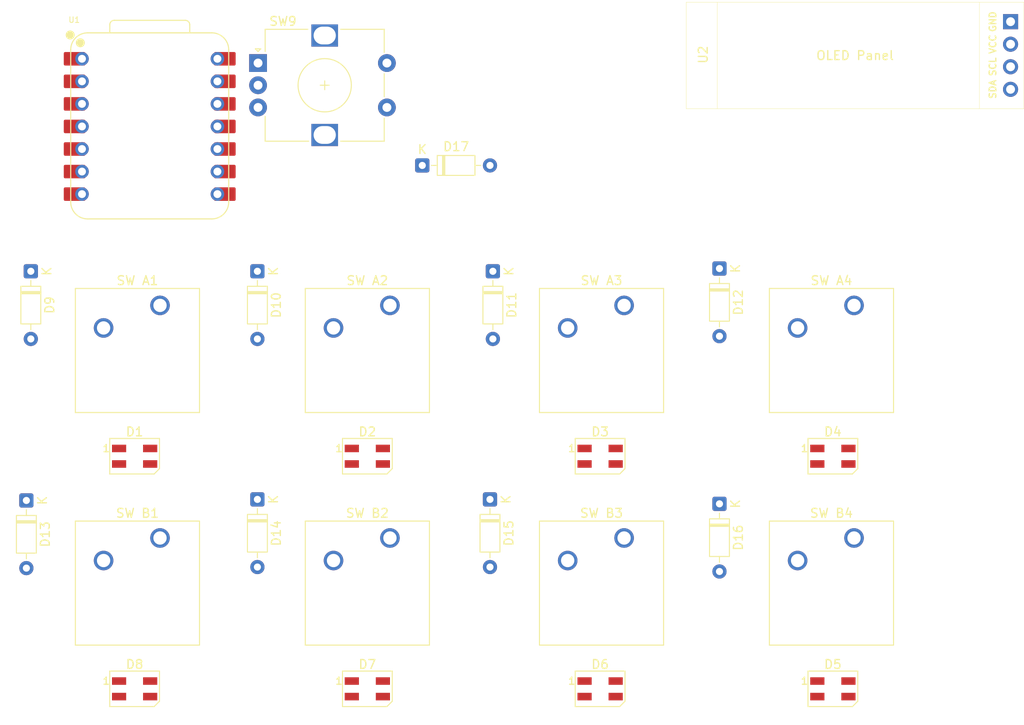
<source format=kicad_pcb>
(kicad_pcb (version 20241229) (generator "pcbnew") (generator_version "9.0")
  (layers (0 "F.Cu" signal) (2 "B.Cu" signal) (13 "F.Paste" user) (15 "B.Paste" user) (5 "F.SilkS" user "F.Silkscreen") (7 "B.SilkS" user "B.Silkscreen") (1 "F.Mask" user) (3 "B.Mask" user) (25 "Edge.Cuts" user))
  (net 0 "")
  (net 1 "Net-(D1-DOUT)")
  (net 2 "+5V")
  (net 3 "LEDs")
  (net 4 "GND")
  (net 5 "Net-(D2-DOUT)")
  (net 6 "Net-(D3-DOUT)")
  (net 7 "Net-(D4-DOUT)")
  (net 8 "Net-(D5-DOUT)")
  (net 9 "Net-(D6-DOUT)")
  (net 10 "Net-(D7-DOUT)")
  (net 12 "Net-(D9-A)")
  (net 13 "SW 1")
  (net 14 "Net-(D10-A)")
  (net 15 "SW 2")
  (net 16 "Net-(D11-A)")
  (net 17 "SW 3")
  (net 18 "SW 4")
  (net 19 "Net-(D12-A)")
  (net 20 "Net-(D13-A)")
  (net 21 "Net-(D14-A)")
  (net 22 "Net-(D15-A)")
  (net 23 "Net-(D16-A)")
  (net 24 "DIAL S1")
  (net 25 "SW A")
  (net 26 "SW B")
  (net 27 "DIAL B")
  (net 28 "DIAL A")
  (net 30 "SDA")
  (net 31 "SCL")
  (footprint "Button_Switch_Keyboard:SW_Cherry_MX_1.00u_PCB" (layer "F.Cu") (at 171.7675 133.0325)
    (property "Reference" "SW A3" (at -2.54 -2.794 0) (layer "F.SilkS"))
    (property "Value" "SW_Push")
    (fp_line (start -9.525 -1.905) (end 4.445 -1.905) (stroke (width 0.12)) (layer "F.SilkS"))
    (fp_line (start -9.525 12.065) (end -9.525 -1.905) (stroke (width 0.12)) (layer "F.SilkS"))
    (fp_line (start 4.445 -1.905) (end 4.445 12.065) (stroke (width 0.12)) (layer "F.SilkS"))
    (fp_line (start 4.445 12.065) (end -9.525 12.065) (stroke (width 0.12)) (layer "F.SilkS"))
    (pad "" np_thru_hole circle (at -7.62 5.08) (size 1.7 1.7) (drill 1.7) (layers "*.Cu" "*.Mask"))
    (pad "" np_thru_hole circle (at -2.54 5.08) (size 4 4) (drill 4) (layers "*.Cu" "*.Mask"))
    (pad "" np_thru_hole circle (at 2.54 5.08) (size 1.7 1.7) (drill 1.7) (layers "*.Cu" "*.Mask"))
    (pad "1" thru_hole circle (at 0 0) (size 2.2 2.2) (drill 1.5) (layers "*.Cu" "*.Mask") (net 25 "SW A"))
    (pad "2" thru_hole circle (at -6.35 2.54) (size 2.2 2.2) (drill 1.5) (layers "*.Cu" "*.Mask") (net 16 "Net-(D11-A)"))
  )
  (footprint "Button_Switch_Keyboard:SW_Cherry_MX_1.00u_PCB" (layer "F.Cu") (at 145.415 133.0325)
    (property "Reference" "SW A2" (at -2.54 -2.794 0) (layer "F.SilkS"))
    (property "Value" "SW_Push")
    (fp_line (start -9.525 -1.905) (end 4.445 -1.905) (stroke (width 0.12)) (layer "F.SilkS"))
    (fp_line (start -9.525 12.065) (end -9.525 -1.905) (stroke (width 0.12)) (layer "F.SilkS"))
    (fp_line (start 4.445 -1.905) (end 4.445 12.065) (stroke (width 0.12)) (layer "F.SilkS"))
    (fp_line (start 4.445 12.065) (end -9.525 12.065) (stroke (width 0.12)) (layer "F.SilkS"))
    (pad "" np_thru_hole circle (at -7.62 5.08) (size 1.7 1.7) (drill 1.7) (layers "*.Cu" "*.Mask"))
    (pad "" np_thru_hole circle (at -2.54 5.08) (size 4 4) (drill 4) (layers "*.Cu" "*.Mask"))
    (pad "" np_thru_hole circle (at 2.54 5.08) (size 1.7 1.7) (drill 1.7) (layers "*.Cu" "*.Mask"))
    (pad "1" thru_hole circle (at 0 0) (size 2.2 2.2) (drill 1.5) (layers "*.Cu" "*.Mask") (net 25 "SW A"))
    (pad "2" thru_hole circle (at -6.35 2.54) (size 2.2 2.2) (drill 1.5) (layers "*.Cu" "*.Mask") (net 14 "Net-(D10-A)"))
  )
  (footprint "Button_Switch_Keyboard:SW_Cherry_MX_1.00u_PCB" (layer "F.Cu") (at 119.53875 159.22625)
    (property "Reference" "SW B1" (at -2.54 -2.794 0) (layer "F.SilkS"))
    (property "Value" "SW_Push")
    (fp_line (start -9.525 -1.905) (end 4.445 -1.905) (stroke (width 0.12)) (layer "F.SilkS"))
    (fp_line (start -9.525 12.065) (end -9.525 -1.905) (stroke (width 0.12)) (layer "F.SilkS"))
    (fp_line (start 4.445 -1.905) (end 4.445 12.065) (stroke (width 0.12)) (layer "F.SilkS"))
    (fp_line (start 4.445 12.065) (end -9.525 12.065) (stroke (width 0.12)) (layer "F.SilkS"))
    (pad "" np_thru_hole circle (at -7.62 5.08) (size 1.7 1.7) (drill 1.7) (layers "*.Cu" "*.Mask"))
    (pad "" np_thru_hole circle (at -2.54 5.08) (size 4 4) (drill 4) (layers "*.Cu" "*.Mask"))
    (pad "" np_thru_hole circle (at 2.54 5.08) (size 1.7 1.7) (drill 1.7) (layers "*.Cu" "*.Mask"))
    (pad "1" thru_hole circle (at 0 0) (size 2.2 2.2) (drill 1.5) (layers "*.Cu" "*.Mask") (net 26 "SW B"))
    (pad "2" thru_hole circle (at -6.35 2.54) (size 2.2 2.2) (drill 1.5) (layers "*.Cu" "*.Mask") (net 20 "Net-(D13-A)"))
  )
  (footprint "LED_SMD:LED_SK6812MINI_PLCC4_3.5x3.5mm_P1.75mm" (layer "F.Cu") (at 142.875 176.2125)
    (property "Reference" "D7" (at 0 -2.75 0) (layer "F.SilkS"))
    (property "Value" "SK6812MINI")
    (fp_line (start -2.8 -2) (end -2.8 2) (stroke (width 0.12)) (layer "F.SilkS"))
    (fp_line (start -2.8 -2) (end 2.8 -2) (stroke (width 0.12)) (layer "F.SilkS"))
    (fp_line (start -2.8 2) (end 2.2 2) (stroke (width 0.12)) (layer "F.SilkS"))
    (fp_line (start 2.8 1.4) (end 2.2 2) (stroke (width 0.12)) (layer "F.SilkS"))
    (fp_line (start 2.8 1.4) (end 2.8 -2) (stroke (width 0.12)) (layer "F.SilkS"))
    (fp_text user "1" (at -3.2 -0.875 0) (layer "F.SilkS") (effects (font (size 0.8 0.8))))
    (pad "1" smd rect (at -1.75 -0.875) (size 1.6 0.85) (layers "F.Cu" "F.Mask" "F.Paste") (net 10 "Net-(D7-DOUT)"))
    (pad "2" smd rect (at -1.75 0.875) (size 1.6 0.85) (layers "F.Cu" "F.Mask" "F.Paste") (net 4 "GND"))
    (pad "3" smd rect (at 1.75 0.875) (size 1.6 0.85) (layers "F.Cu" "F.Mask" "F.Paste") (net 9 "Net-(D6-DOUT)"))
    (pad "4" smd rect (at 1.75 -0.875) (size 1.6 0.85) (layers "F.Cu" "F.Mask" "F.Paste") (net 2 "+5V"))
  )
  (footprint "Diode_THT:D_DO-35_SOD27_P7.62mm_Horizontal" (layer "F.Cu") (at 156.674 154.88 -90)
    (property "Reference" "D15" (at 3.81 -2.12 90) (layer "F.SilkS"))
    (property "Value" "1N4148")
    (fp_line (start 1.04 0) (end 1.69 0) (stroke (width 0.12)) (layer "F.SilkS"))
    (fp_line (start 6.58 0) (end 5.93 0) (stroke (width 0.12)) (layer "F.SilkS"))
    (fp_line (start 2.29 -1.12) (end 2.29 1.12) (stroke (width 0.12)) (layer "F.SilkS"))
    (fp_line (start 2.41 -1.12) (end 2.41 1.12) (stroke (width 0.12)) (layer "F.SilkS"))
    (fp_line (start 2.53 -1.12) (end 2.53 1.12) (stroke (width 0.12)) (layer "F.SilkS"))
    (fp_rect (start 1.69 -1.12) (end 5.93 1.12) (stroke (width 0.12)) (fill no) (layer "F.SilkS"))
    (fp_text user "K" (at 0 -1.8 90) (layer "F.SilkS"))
    (pad "1" thru_hole roundrect (at 0 0 270) (size 1.6 1.6) (drill 0.8) (layers "*.Cu" "*.Mask") (roundrect_rratio 0.15625) (net 17 "SW 3"))
    (pad "2" thru_hole circle (at 7.62 0 270) (size 1.6 1.6) (drill 0.8) (layers "*.Cu" "*.Mask") (net 22 "Net-(D15-A)"))
  )
  (footprint "Button_Switch_Keyboard:SW_Cherry_MX_1.00u_PCB" (layer "F.Cu") (at 145.415 159.22625)
    (property "Reference" "SW B2" (at -2.54 -2.794 0) (layer "F.SilkS"))
    (property "Value" "SW_Push")
    (fp_line (start -9.525 -1.905) (end 4.445 -1.905) (stroke (width 0.12)) (layer "F.SilkS"))
    (fp_line (start -9.525 12.065) (end -9.525 -1.905) (stroke (width 0.12)) (layer "F.SilkS"))
    (fp_line (start 4.445 -1.905) (end 4.445 12.065) (stroke (width 0.12)) (layer "F.SilkS"))
    (fp_line (start 4.445 12.065) (end -9.525 12.065) (stroke (width 0.12)) (layer "F.SilkS"))
    (pad "" np_thru_hole circle (at -7.62 5.08) (size 1.7 1.7) (drill 1.7) (layers "*.Cu" "*.Mask"))
    (pad "" np_thru_hole circle (at -2.54 5.08) (size 4 4) (drill 4) (layers "*.Cu" "*.Mask"))
    (pad "" np_thru_hole circle (at 2.54 5.08) (size 1.7 1.7) (drill 1.7) (layers "*.Cu" "*.Mask"))
    (pad "1" thru_hole circle (at 0 0) (size 2.2 2.2) (drill 1.5) (layers "*.Cu" "*.Mask") (net 26 "SW B"))
    (pad "2" thru_hole circle (at -6.35 2.54) (size 2.2 2.2) (drill 1.5) (layers "*.Cu" "*.Mask") (net 21 "Net-(D14-A)"))
  )
  (footprint "LED_SMD:LED_SK6812MINI_PLCC4_3.5x3.5mm_P1.75mm" (layer "F.Cu") (at 116.68125 150.01875)
    (property "Reference" "D1" (at 0 -2.75 0) (layer "F.SilkS"))
    (property "Value" "SK6812MINI")
    (fp_line (start -2.8 -2) (end -2.8 2) (stroke (width 0.12)) (layer "F.SilkS"))
    (fp_line (start -2.8 -2) (end 2.8 -2) (stroke (width 0.12)) (layer "F.SilkS"))
    (fp_line (start -2.8 2) (end 2.2 2) (stroke (width 0.12)) (layer "F.SilkS"))
    (fp_line (start 2.8 1.4) (end 2.2 2) (stroke (width 0.12)) (layer "F.SilkS"))
    (fp_line (start 2.8 1.4) (end 2.8 -2) (stroke (width 0.12)) (layer "F.SilkS"))
    (fp_text user "1" (at -3.2 -0.875 0) (layer "F.SilkS") (effects (font (size 0.8 0.8))))
    (pad "1" smd rect (at -1.75 -0.875) (size 1.6 0.85) (layers "F.Cu" "F.Mask" "F.Paste") (net 1 "Net-(D1-DOUT)"))
    (pad "2" smd rect (at -1.75 0.875) (size 1.6 0.85) (layers "F.Cu" "F.Mask" "F.Paste") (net 4 "GND"))
    (pad "3" smd rect (at 1.75 0.875) (size 1.6 0.85) (layers "F.Cu" "F.Mask" "F.Paste") (net 3 "LEDs"))
    (pad "4" smd rect (at 1.75 -0.875) (size 1.6 0.85) (layers "F.Cu" "F.Mask" "F.Paste") (net 2 "+5V"))
  )
  (footprint "LED_SMD:LED_SK6812MINI_PLCC4_3.5x3.5mm_P1.75mm" (layer "F.Cu") (at 169.06875 150.01875)
    (property "Reference" "D3" (at 0 -2.75 0) (layer "F.SilkS"))
    (property "Value" "SK6812MINI")
    (fp_line (start -2.8 -2) (end -2.8 2) (stroke (width 0.12)) (layer "F.SilkS"))
    (fp_line (start -2.8 -2) (end 2.8 -2) (stroke (width 0.12)) (layer "F.SilkS"))
    (fp_line (start -2.8 2) (end 2.2 2) (stroke (width 0.12)) (layer "F.SilkS"))
    (fp_line (start 2.8 1.4) (end 2.2 2) (stroke (width 0.12)) (layer "F.SilkS"))
    (fp_line (start 2.8 1.4) (end 2.8 -2) (stroke (width 0.12)) (layer "F.SilkS"))
    (fp_text user "1" (at -3.2 -0.875 0) (layer "F.SilkS") (effects (font (size 0.8 0.8))))
    (pad "1" smd rect (at -1.75 -0.875) (size 1.6 0.85) (layers "F.Cu" "F.Mask" "F.Paste") (net 6 "Net-(D3-DOUT)"))
    (pad "2" smd rect (at -1.75 0.875) (size 1.6 0.85) (layers "F.Cu" "F.Mask" "F.Paste") (net 4 "GND"))
    (pad "3" smd rect (at 1.75 0.875) (size 1.6 0.85) (layers "F.Cu" "F.Mask" "F.Paste") (net 5 "Net-(D2-DOUT)"))
    (pad "4" smd rect (at 1.75 -0.875) (size 1.6 0.85) (layers "F.Cu" "F.Mask" "F.Paste") (net 2 "+5V"))
  )
  (footprint "OLED:SSD1306-0.91-OLED-4pin-128x32" (layer "F.Cu") (at 178.75875 98.89)
    (property "Reference" "U2" (at 1.9 5.91 90) (layer "F.SilkS"))
    (property "Value" "~")
    (fp_line (start 0 0) (end 0 12) (stroke (width 0.04)) (layer "F.SilkS"))
    (fp_line (start 0 12) (end 38 12) (stroke (width 0.04)) (layer "F.SilkS"))
    (fp_line (start 3.5 0) (end 3.5 12) (stroke (width 0.04)) (layer "F.SilkS"))
    (fp_line (start 33 0) (end 33 12) (stroke (width 0.04)) (layer "F.SilkS"))
    (fp_line (start 38 0) (end 0 0) (stroke (width 0.04)) (layer "F.SilkS"))
    (fp_line (start 38 12) (end 38 0) (stroke (width 0.04)) (layer "F.SilkS"))
    (fp_text user "VCC" (at 34.5 4.73 270) (layer "F.SilkS") (effects (font (size 0.75 0.75))))
    (fp_text user "SDA" (at 34.5 9.81 270) (layer "F.SilkS") (effects (font (size 0.75 0.75))))
    (fp_text user "GND" (at 34.5 2.19 270) (layer "F.SilkS") (effects (font (size 0.75 0.75))))
    (fp_text user "OLED Panel" (at 19 6 0) (layer "F.SilkS"))
    (fp_text user "SCL" (at 34.5 7.27 270) (layer "F.SilkS") (effects (font (size 0.75 0.75))))
    (pad "1" thru_hole rect (at 36.5 2.19) (size 1.7 1.7) (drill 1) (layers "*.Cu" "*.Mask") (net 4 "GND"))
    (pad "2" thru_hole oval (at 36.5 4.73) (size 1.7 1.7) (drill 1) (layers "*.Cu" "*.Mask") (net 2 "+5V"))
    (pad "3" thru_hole oval (at 36.5 7.27) (size 1.7 1.7) (drill 1) (layers "*.Cu" "*.Mask") (net 30 "SDA"))
    (pad "4" thru_hole oval (at 36.5 9.81) (size 1.7 1.7) (drill 1) (layers "*.Cu" "*.Mask") (net 31 "SCL"))
  )
  (footprint "LED_SMD:LED_SK6812MINI_PLCC4_3.5x3.5mm_P1.75mm" (layer "F.Cu") (at 195.2625 150.01875)
    (property "Reference" "D4" (at 0 -2.75 0) (layer "F.SilkS"))
    (property "Value" "SK6812MINI")
    (fp_line (start -2.8 -2) (end -2.8 2) (stroke (width 0.12)) (layer "F.SilkS"))
    (fp_line (start -2.8 -2) (end 2.8 -2) (stroke (width 0.12)) (layer "F.SilkS"))
    (fp_line (start -2.8 2) (end 2.2 2) (stroke (width 0.12)) (layer "F.SilkS"))
    (fp_line (start 2.8 1.4) (end 2.2 2) (stroke (width 0.12)) (layer "F.SilkS"))
    (fp_line (start 2.8 1.4) (end 2.8 -2) (stroke (width 0.12)) (layer "F.SilkS"))
    (fp_text user "1" (at -3.2 -0.875 0) (layer "F.SilkS") (effects (font (size 0.8 0.8))))
    (pad "1" smd rect (at -1.75 -0.875) (size 1.6 0.85) (layers "F.Cu" "F.Mask" "F.Paste") (net 7 "Net-(D4-DOUT)"))
    (pad "2" smd rect (at -1.75 0.875) (size 1.6 0.85) (layers "F.Cu" "F.Mask" "F.Paste") (net 4 "GND"))
    (pad "3" smd rect (at 1.75 0.875) (size 1.6 0.85) (layers "F.Cu" "F.Mask" "F.Paste") (net 6 "Net-(D3-DOUT)"))
    (pad "4" smd rect (at 1.75 -0.875) (size 1.6 0.85) (layers "F.Cu" "F.Mask" "F.Paste") (net 2 "+5V"))
  )
  (footprint "Rotary_Encoder:RotaryEncoder_Alps_EC12E-Switch_Vertical_H20mm" (layer "F.Cu") (at 130.574 105.7405)
    (property "Reference" "SW9" (at 2.8 -4.7 0) (layer "F.SilkS"))
    (property "Value" "RotaryEncoder_Switch")
    (fp_line (start -0.3 -1.6) (end 0.3 -1.6) (stroke (width 0.12)) (layer "F.SilkS"))
    (fp_line (start 0 -1.3) (end -0.3 -1.6) (stroke (width 0.12)) (layer "F.SilkS"))
    (fp_line (start 0.3 -1.6) (end 0 -1.3) (stroke (width 0.12)) (layer "F.SilkS"))
    (fp_line (start 0.8 -3.8) (end 0.8 -1.3) (stroke (width 0.12)) (layer "F.SilkS"))
    (fp_line (start 0.8 8.8) (end 0.8 6) (stroke (width 0.12)) (layer "F.SilkS"))
    (fp_line (start 5.6 -3.8) (end 0.8 -3.8) (stroke (width 0.12)) (layer "F.SilkS"))
    (fp_line (start 5.7 8.8) (end 0.8 8.8) (stroke (width 0.12)) (layer "F.SilkS"))
    (fp_line (start 7 2.5) (end 8 2.5) (stroke (width 0.12)) (layer "F.SilkS"))
    (fp_line (start 7.5 2) (end 7.5 3) (stroke (width 0.12)) (layer "F.SilkS"))
    (fp_line (start 9.3 -3.8) (end 14.2 -3.8) (stroke (width 0.12)) (layer "F.SilkS"))
    (fp_line (start 14.2 -3.8) (end 14.2 -1.2) (stroke (width 0.12)) (layer "F.SilkS"))
    (fp_line (start 14.2 1.2) (end 14.2 3.8) (stroke (width 0.12)) (layer "F.SilkS"))
    (fp_line (start 14.2 6.2) (end 14.2 8.8) (stroke (width 0.12)) (layer "F.SilkS"))
    (fp_line (start 14.2 8.8) (end 9.3 8.8) (stroke (width 0.12)) (layer "F.SilkS"))
    (fp_circle (center 7.5 2.5) (end 10.5 2.5) (stroke (width 0.12)) (fill no) (layer "F.SilkS"))
    (pad "A" thru_hole rect (at 0 0) (size 2 2) (drill 1) (layers "*.Cu" "*.Mask") (net 28 "DIAL A"))
    (pad "B" thru_hole circle (at 0 5) (size 2 2) (drill 1) (layers "*.Cu" "*.Mask") (net 27 "DIAL B"))
    (pad "C" thru_hole circle (at 0 2.5) (size 2 2) (drill 1) (layers "*.Cu" "*.Mask") (net 4 "GND"))
    (pad "MP" thru_hole rect (at 7.5 -3.1) (size 3 2.5) (drill oval 2.5 2) (layers "*.Cu" "*.Mask"))
    (pad "MP" thru_hole rect (at 7.5 8.1) (size 3 2.5) (drill oval 2.5 2) (layers "*.Cu" "*.Mask"))
    (pad "S1" thru_hole circle (at 14.5 0) (size 2 2) (drill 1) (layers "*.Cu" "*.Mask") (net 24 "DIAL S1"))
    (pad "S2" thru_hole circle (at 14.5 5) (size 2 2) (drill 1) (layers "*.Cu" "*.Mask") (net 4 "GND"))
  )
  (footprint "LED_SMD:LED_SK6812MINI_PLCC4_3.5x3.5mm_P1.75mm" (layer "F.Cu") (at 195.2625 176.2125)
    (property "Reference" "D5" (at 0 -2.75 0) (layer "F.SilkS"))
    (property "Value" "SK6812MINI")
    (fp_line (start -2.8 -2) (end -2.8 2) (stroke (width 0.12)) (layer "F.SilkS"))
    (fp_line (start -2.8 -2) (end 2.8 -2) (stroke (width 0.12)) (layer "F.SilkS"))
    (fp_line (start -2.8 2) (end 2.2 2) (stroke (width 0.12)) (layer "F.SilkS"))
    (fp_line (start 2.8 1.4) (end 2.2 2) (stroke (width 0.12)) (layer "F.SilkS"))
    (fp_line (start 2.8 1.4) (end 2.8 -2) (stroke (width 0.12)) (layer "F.SilkS"))
    (fp_text user "1" (at -3.2 -0.875 0) (layer "F.SilkS") (effects (font (size 0.8 0.8))))
    (pad "1" smd rect (at -1.75 -0.875) (size 1.6 0.85) (layers "F.Cu" "F.Mask" "F.Paste") (net 8 "Net-(D5-DOUT)"))
    (pad "2" smd rect (at -1.75 0.875) (size 1.6 0.85) (layers "F.Cu" "F.Mask" "F.Paste") (net 4 "GND"))
    (pad "3" smd rect (at 1.75 0.875) (size 1.6 0.85) (layers "F.Cu" "F.Mask" "F.Paste") (net 7 "Net-(D4-DOUT)"))
    (pad "4" smd rect (at 1.75 -0.875) (size 1.6 0.85) (layers "F.Cu" "F.Mask" "F.Paste") (net 2 "+5V"))
  )
  (footprint "Diode_THT:D_DO-35_SOD27_P7.62mm_Horizontal" (layer "F.Cu") (at 105 129.19 -90)
    (property "Reference" "D9" (at 3.81 -2.12 90) (layer "F.SilkS"))
    (property "Value" "1N4148")
    (fp_line (start 1.04 0) (end 1.69 0) (stroke (width 0.12)) (layer "F.SilkS"))
    (fp_line (start 6.58 0) (end 5.93 0) (stroke (width 0.12)) (layer "F.SilkS"))
    (fp_line (start 2.29 -1.12) (end 2.29 1.12) (stroke (width 0.12)) (layer "F.SilkS"))
    (fp_line (start 2.41 -1.12) (end 2.41 1.12) (stroke (width 0.12)) (layer "F.SilkS"))
    (fp_line (start 2.53 -1.12) (end 2.53 1.12) (stroke (width 0.12)) (layer "F.SilkS"))
    (fp_rect (start 1.69 -1.12) (end 5.93 1.12) (stroke (width 0.12)) (fill no) (layer "F.SilkS"))
    (fp_text user "K" (at 0 -1.8 90) (layer "F.SilkS"))
    (pad "1" thru_hole roundrect (at 0 0 270) (size 1.6 1.6) (drill 0.8) (layers "*.Cu" "*.Mask") (roundrect_rratio 0.15625) (net 13 "SW 1"))
    (pad "2" thru_hole circle (at 7.62 0 270) (size 1.6 1.6) (drill 0.8) (layers "*.Cu" "*.Mask") (net 12 "Net-(D9-A)"))
  )
  (footprint "Button_Switch_Keyboard:SW_Cherry_MX_1.00u_PCB" (layer "F.Cu") (at 119.53875 133.0325)
    (property "Reference" "SW A1" (at -2.54 -2.794 0) (layer "F.SilkS"))
    (property "Value" "SW_Push")
    (fp_line (start -9.525 -1.905) (end 4.445 -1.905) (stroke (width 0.12)) (layer "F.SilkS"))
    (fp_line (start -9.525 12.065) (end -9.525 -1.905) (stroke (width 0.12)) (layer "F.SilkS"))
    (fp_line (start 4.445 -1.905) (end 4.445 12.065) (stroke (width 0.12)) (layer "F.SilkS"))
    (fp_line (start 4.445 12.065) (end -9.525 12.065) (stroke (width 0.12)) (layer "F.SilkS"))
    (pad "" np_thru_hole circle (at -7.62 5.08) (size 1.7 1.7) (drill 1.7) (layers "*.Cu" "*.Mask"))
    (pad "" np_thru_hole circle (at -2.54 5.08) (size 4 4) (drill 4) (layers "*.Cu" "*.Mask"))
    (pad "" np_thru_hole circle (at 2.54 5.08) (size 1.7 1.7) (drill 1.7) (layers "*.Cu" "*.Mask"))
    (pad "1" thru_hole circle (at 0 0) (size 2.2 2.2) (drill 1.5) (layers "*.Cu" "*.Mask") (net 25 "SW A"))
    (pad "2" thru_hole circle (at -6.35 2.54) (size 2.2 2.2) (drill 1.5) (layers "*.Cu" "*.Mask") (net 12 "Net-(D9-A)"))
  )
  (footprint "Diode_THT:D_DO-35_SOD27_P7.62mm_Horizontal" (layer "F.Cu") (at 157 129.19 -90)
    (property "Reference" "D11" (at 3.81 -2.12 90) (layer "F.SilkS"))
    (property "Value" "1N4148")
    (fp_line (start 1.04 0) (end 1.69 0) (stroke (width 0.12)) (layer "F.SilkS"))
    (fp_line (start 6.58 0) (end 5.93 0) (stroke (width 0.12)) (layer "F.SilkS"))
    (fp_line (start 2.29 -1.12) (end 2.29 1.12) (stroke (width 0.12)) (layer "F.SilkS"))
    (fp_line (start 2.41 -1.12) (end 2.41 1.12) (stroke (width 0.12)) (layer "F.SilkS"))
    (fp_line (start 2.53 -1.12) (end 2.53 1.12) (stroke (width 0.12)) (layer "F.SilkS"))
    (fp_rect (start 1.69 -1.12) (end 5.93 1.12) (stroke (width 0.12)) (fill no) (layer "F.SilkS"))
    (fp_text user "K" (at 0 -1.8 90) (layer "F.SilkS"))
    (pad "1" thru_hole roundrect (at 0 0 270) (size 1.6 1.6) (drill 0.8) (layers "*.Cu" "*.Mask") (roundrect_rratio 0.15625) (net 17 "SW 3"))
    (pad "2" thru_hole circle (at 7.62 0 270) (size 1.6 1.6) (drill 0.8) (layers "*.Cu" "*.Mask") (net 16 "Net-(D11-A)"))
  )
  (footprint "LED_SMD:LED_SK6812MINI_PLCC4_3.5x3.5mm_P1.75mm" (layer "F.Cu") (at 116.68125 176.2125)
    (property "Reference" "D8" (at 0 -2.75 0) (layer "F.SilkS"))
    (property "Value" "SK6812MINI")
    (fp_line (start -2.8 -2) (end -2.8 2) (stroke (width 0.12)) (layer "F.SilkS"))
    (fp_line (start -2.8 -2) (end 2.8 -2) (stroke (width 0.12)) (layer "F.SilkS"))
    (fp_line (start -2.8 2) (end 2.2 2) (stroke (width 0.12)) (layer "F.SilkS"))
    (fp_line (start 2.8 1.4) (end 2.2 2) (stroke (width 0.12)) (layer "F.SilkS"))
    (fp_line (start 2.8 1.4) (end 2.8 -2) (stroke (width 0.12)) (layer "F.SilkS"))
    (fp_text user "1" (at -3.2 -0.875 0) (layer "F.SilkS") (effects (font (size 0.8 0.8))))
    (pad "1" smd rect (at -1.75 -0.875) (size 1.6 0.85) (layers "F.Cu" "F.Mask" "F.Paste"))
    (pad "2" smd rect (at -1.75 0.875) (size 1.6 0.85) (layers "F.Cu" "F.Mask" "F.Paste") (net 4 "GND"))
    (pad "3" smd rect (at 1.75 0.875) (size 1.6 0.85) (layers "F.Cu" "F.Mask" "F.Paste") (net 10 "Net-(D7-DOUT)"))
    (pad "4" smd rect (at 1.75 -0.875) (size 1.6 0.85) (layers "F.Cu" "F.Mask" "F.Paste") (net 2 "+5V"))
  )
  (footprint "OPL:XIAO-RP2040-DIP" (layer "F.Cu") (at 118.38 112.88)
    (property "Reference" "U1" (at -8.5 -12 0) (layer "F.SilkS") (effects (font (size 0.635 0.635) (thickness 0.1016))))
    (property "Value" "XIAO-RP2040-DIP")
    (fp_line (start -8.89 8.509) (end -8.89 -8.636) (stroke (width 0.127)) (layer "F.SilkS"))
    (fp_line (start -6.985 10.414) (end 6.985 10.414) (stroke (width 0.127)) (layer "F.SilkS"))
    (fp_line (start -4.495 -10.541) (end -4.491272 -11.451272) (stroke (width 0.127)) (layer "F.SilkS"))
    (fp_line (start -3.991272 -11.951) (end 4.004 -11.951) (stroke (width 0.127)) (layer "F.SilkS"))
    (fp_line (start 4.504 -11.451) (end 4.504 -10.541) (stroke (width 0.127)) (layer "F.SilkS"))
    (fp_line (start 6.985 -10.541) (end -6.985 -10.541) (stroke (width 0.1)) (layer "F.SilkS"))
    (fp_line (start 6.985 -10.541) (end -6.985 -10.541) (stroke (width 0.127)) (layer "F.SilkS"))
    (fp_line (start 8.89 8.509) (end 8.89 -8.636) (stroke (width 0.127)) (layer "F.SilkS"))
    (fp_arc (start -8.89 -8.636) (mid -8.332038 -9.983038) (end -6.985 -10.541) (stroke (width 0.127)) (layer "F.SilkS"))
    (fp_arc (start -6.985 10.414) (mid -8.332038 9.856038) (end -8.89 8.509) (stroke (width 0.127)) (layer "F.SilkS"))
    (fp_arc (start -4.491272 -11.451272) (mid -4.344728 -11.80464) (end -3.991272 -11.951) (stroke (width 0.127)) (layer "F.SilkS"))
    (fp_arc (start 4.004 -11.951) (mid 4.357553 -11.804553) (end 4.504 -11.451) (stroke (width 0.127)) (layer "F.SilkS"))
    (fp_arc (start 6.985 -10.541) (mid 8.332038 -9.983038) (end 8.89 -8.636) (stroke (width 0.127)) (layer "F.SilkS"))
    (fp_arc (start 8.89 8.509) (mid 8.332038 9.856038) (end 6.985 10.414) (stroke (width 0.127)) (layer "F.SilkS"))
    (fp_circle (center -8.95 -10.3) (end -8.95 -10.554) (stroke (width 0.5)) (fill yes) (layer "F.SilkS"))
    (fp_circle (center -7.807 -9.42) (end -7.807 -9.674) (stroke (width 0.5)) (fill yes) (layer "F.SilkS"))
    (pad "1" smd roundrect (at -8.455 -7.62 180) (size 2.432 1.524) (layers "F.Cu" "F.Mask") (roundrect_rratio 0.1) (net 3 "LEDs"))
    (pad "1" thru_hole circle (at -7.62 -7.62 180) (size 1.524 1.524) (drill 0.889) (layers "*.Cu" "*.Mask") (net 3 "LEDs"))
    (pad "2" smd roundrect (at -8.455 -5.08 180) (size 2.432 1.524) (layers "F.Cu" "F.Mask") (roundrect_rratio 0.1) (net 25 "SW A"))
    (pad "2" thru_hole circle (at -7.62 -5.08 180) (size 1.524 1.524) (drill 0.889) (layers "*.Cu" "*.Mask") (net 25 "SW A"))
    (pad "3" smd roundrect (at -8.455 -2.54 180) (size 2.432 1.524) (layers "F.Cu" "F.Mask") (roundrect_rratio 0.1) (net 26 "SW B"))
    (pad "3" thru_hole circle (at -7.62 -2.54 180) (size 1.524 1.524) (drill 0.889) (layers "*.Cu" "*.Mask") (net 26 "SW B"))
    (pad "4" smd roundrect (at -8.455 0 180) (size 2.432 1.524) (layers "F.Cu" "F.Mask") (roundrect_rratio 0.1) (net 13 "SW 1"))
    (pad "4" thru_hole circle (at -7.62 0 180) (size 1.524 1.524) (drill 0.889) (layers "*.Cu" "*.Mask") (net 13 "SW 1"))
    (pad "5" smd roundrect (at -8.455 2.54 180) (size 2.432 1.524) (layers "F.Cu" "F.Mask") (roundrect_rratio 0.1) (net 30 "SDA"))
    (pad "5" thru_hole circle (at -7.62 2.54 180) (size 1.524 1.524) (drill 0.889) (layers "*.Cu" "*.Mask") (net 30 "SDA"))
    (pad "6" smd roundrect (at -8.455 5.08 180) (size 2.432 1.524) (layers "F.Cu" "F.Mask") (roundrect_rratio 0.1) (net 31 "SCL"))
    (pad "6" thru_hole circle (at -7.62 5.08 180) (size 1.524 1.524) (drill 0.889) (layers "*.Cu" "*.Mask") (net 31 "SCL"))
    (pad "7" smd roundrect (at -8.455 7.62 180) (size 2.432 1.524) (layers "F.Cu" "F.Mask") (roundrect_rratio 0.1) (net 15 "SW 2"))
    (pad "7" thru_hole circle (at -7.62 7.62 180) (size 1.524 1.524) (drill 0.889) (layers "*.Cu" "*.Mask") (net 15 "SW 2"))
    (pad "8" thru_hole circle (at 7.62 7.62) (size 1.524 1.524) (drill 0.889) (layers "*.Cu" "*.Mask") (net 27 "DIAL B"))
    (pad "8" smd roundrect (at 8.455 7.62) (size 2.432 1.524) (layers "F.Cu" "F.Mask") (roundrect_rratio 0.1) (net 27 "DIAL B"))
    (pad "9" thru_hole circle (at 7.62 5.08) (size 1.524 1.524) (drill 0.889) (layers "*.Cu" "*.Mask") (net 28 "DIAL A"))
    (pad "9" smd roundrect (at 8.455 5.08) (size 2.432 1.524) (layers "F.Cu" "F.Mask") (roundrect_rratio 0.1) (net 28 "DIAL A"))
    (pad "10" thru_hole circle (at 7.62 2.54) (size 1.524 1.524) (drill 0.889) (layers "*.Cu" "*.Mask") (net 18 "SW 4"))
    (pad "10" smd roundrect (at 8.455 2.54) (size 2.432 1.524) (layers "F.Cu" "F.Mask") (roundrect_rratio 0.1) (net 18 "SW 4"))
    (pad "11" thru_hole circle (at 7.62 0) (size 1.524 1.524) (drill 0.889) (layers "*.Cu" "*.Mask") (net 17 "SW 3"))
    (pad "11" smd roundrect (at 8.455 0) (size 2.432 1.524) (layers "F.Cu" "F.Mask") (roundrect_rratio 0.1) (net 17 "SW 3"))
    (pad "12" thru_hole circle (at 7.62 -2.54) (size 1.524 1.524) (drill 0.889) (layers "*.Cu" "*.Mask"))
    (pad "12" smd roundrect (at 8.455 -2.54) (size 2.432 1.524) (layers "F.Cu" "F.Mask") (roundrect_rratio 0.1))
    (pad "13" thru_hole circle (at 7.62 -5.08) (size 1.524 1.524) (drill 0.889) (layers "*.Cu" "*.Mask") (net 4 "GND"))
    (pad "13" smd roundrect (at 8.455 -5.08) (size 2.432 1.524) (layers "F.Cu" "F.Mask") (roundrect_rratio 0.1) (net 4 "GND"))
    (pad "14" thru_hole circle (at 7.62 -7.62) (size 1.524 1.524) (drill 0.889) (layers "*.Cu" "*.Mask") (net 2 "+5V"))
    (pad "14" smd roundrect (at 8.455 -7.62) (size 2.432 1.524) (layers "F.Cu" "F.Mask") (roundrect_rratio 0.1) (net 2 "+5V"))
  )
  (footprint "Diode_THT:D_DO-35_SOD27_P7.62mm_Horizontal" (layer "F.Cu") (at 182.5 128.88 -90)
    (property "Reference" "D12" (at 3.81 -2.12 90) (layer "F.SilkS"))
    (property "Value" "1N4148")
    (fp_line (start 1.04 0) (end 1.69 0) (stroke (width 0.12)) (layer "F.SilkS"))
    (fp_line (start 6.58 0) (end 5.93 0) (stroke (width 0.12)) (layer "F.SilkS"))
    (fp_line (start 2.29 -1.12) (end 2.29 1.12) (stroke (width 0.12)) (layer "F.SilkS"))
    (fp_line (start 2.41 -1.12) (end 2.41 1.12) (stroke (width 0.12)) (layer "F.SilkS"))
    (fp_line (start 2.53 -1.12) (end 2.53 1.12) (stroke (width 0.12)) (layer "F.SilkS"))
    (fp_rect (start 1.69 -1.12) (end 5.93 1.12) (stroke (width 0.12)) (fill no) (layer "F.SilkS"))
    (fp_text user "K" (at 0 -1.8 90) (layer "F.SilkS"))
    (pad "1" thru_hole roundrect (at 0 0 270) (size 1.6 1.6) (drill 0.8) (layers "*.Cu" "*.Mask") (roundrect_rratio 0.15625) (net 18 "SW 4"))
    (pad "2" thru_hole circle (at 7.62 0 270) (size 1.6 1.6) (drill 0.8) (layers "*.Cu" "*.Mask") (net 19 "Net-(D12-A)"))
  )
  (footprint "Diode_THT:D_DO-35_SOD27_P7.62mm_Horizontal" (layer "F.Cu") (at 182.5 155.38 -90)
    (property "Reference" "D16" (at 3.81 -2.12 90) (layer "F.SilkS"))
    (property "Value" "1N4148")
    (fp_line (start 1.04 0) (end 1.69 0) (stroke (width 0.12)) (layer "F.SilkS"))
    (fp_line (start 6.58 0) (end 5.93 0) (stroke (width 0.12)) (layer "F.SilkS"))
    (fp_line (start 2.29 -1.12) (end 2.29 1.12) (stroke (width 0.12)) (layer "F.SilkS"))
    (fp_line (start 2.41 -1.12) (end 2.41 1.12) (stroke (width 0.12)) (layer "F.SilkS"))
    (fp_line (start 2.53 -1.12) (end 2.53 1.12) (stroke (width 0.12)) (layer "F.SilkS"))
    (fp_rect (start 1.69 -1.12) (end 5.93 1.12) (stroke (width 0.12)) (fill no) (layer "F.SilkS"))
    (fp_text user "K" (at 0 -1.8 90) (layer "F.SilkS"))
    (pad "1" thru_hole roundrect (at 0 0 270) (size 1.6 1.6) (drill 0.8) (layers "*.Cu" "*.Mask") (roundrect_rratio 0.15625) (net 18 "SW 4"))
    (pad "2" thru_hole circle (at 7.62 0 270) (size 1.6 1.6) (drill 0.8) (layers "*.Cu" "*.Mask") (net 23 "Net-(D16-A)"))
  )
  (footprint "Diode_THT:D_DO-35_SOD27_P7.62mm_Horizontal" (layer "F.Cu") (at 130.5 154.88 -90)
    (property "Reference" "D14" (at 3.81 -2.12 90) (layer "F.SilkS"))
    (property "Value" "1N4148")
    (fp_line (start 1.04 0) (end 1.69 0) (stroke (width 0.12)) (layer "F.SilkS"))
    (fp_line (start 6.58 0) (end 5.93 0) (stroke (width 0.12)) (layer "F.SilkS"))
    (fp_line (start 2.29 -1.12) (end 2.29 1.12) (stroke (width 0.12)) (layer "F.SilkS"))
    (fp_line (start 2.41 -1.12) (end 2.41 1.12) (stroke (width 0.12)) (layer "F.SilkS"))
    (fp_line (start 2.53 -1.12) (end 2.53 1.12) (stroke (width 0.12)) (layer "F.SilkS"))
    (fp_rect (start 1.69 -1.12) (end 5.93 1.12) (stroke (width 0.12)) (fill no) (layer "F.SilkS"))
    (fp_text user "K" (at 0 -1.8 90) (layer "F.SilkS"))
    (pad "1" thru_hole roundrect (at 0 0 270) (size 1.6 1.6) (drill 0.8) (layers "*.Cu" "*.Mask") (roundrect_rratio 0.15625) (net 15 "SW 2"))
    (pad "2" thru_hole circle (at 7.62 0 270) (size 1.6 1.6) (drill 0.8) (layers "*.Cu" "*.Mask") (net 21 "Net-(D14-A)"))
  )
  (footprint "Button_Switch_Keyboard:SW_Cherry_MX_1.00u_PCB" (layer "F.Cu") (at 197.64375 133.0325)
    (property "Reference" "SW A4" (at -2.54 -2.794 0) (layer "F.SilkS"))
    (property "Value" "SW_Push")
    (fp_line (start -9.525 -1.905) (end 4.445 -1.905) (stroke (width 0.12)) (layer "F.SilkS"))
    (fp_line (start -9.525 12.065) (end -9.525 -1.905) (stroke (width 0.12)) (layer "F.SilkS"))
    (fp_line (start 4.445 -1.905) (end 4.445 12.065) (stroke (width 0.12)) (layer "F.SilkS"))
    (fp_line (start 4.445 12.065) (end -9.525 12.065) (stroke (width 0.12)) (layer "F.SilkS"))
    (pad "" np_thru_hole circle (at -7.62 5.08) (size 1.7 1.7) (drill 1.7) (layers "*.Cu" "*.Mask"))
    (pad "" np_thru_hole circle (at -2.54 5.08) (size 4 4) (drill 4) (layers "*.Cu" "*.Mask"))
    (pad "" np_thru_hole circle (at 2.54 5.08) (size 1.7 1.7) (drill 1.7) (layers "*.Cu" "*.Mask"))
    (pad "1" thru_hole circle (at 0 0) (size 2.2 2.2) (drill 1.5) (layers "*.Cu" "*.Mask") (net 25 "SW A"))
    (pad "2" thru_hole circle (at -6.35 2.54) (size 2.2 2.2) (drill 1.5) (layers "*.Cu" "*.Mask") (net 19 "Net-(D12-A)"))
  )
  (footprint "Button_Switch_Keyboard:SW_Cherry_MX_1.00u_PCB" (layer "F.Cu") (at 171.7675 159.22625)
    (property "Reference" "SW B3" (at -2.54 -2.794 0) (layer "F.SilkS"))
    (property "Value" "SW_Push")
    (fp_line (start -9.525 -1.905) (end 4.445 -1.905) (stroke (width 0.12)) (layer "F.SilkS"))
    (fp_line (start -9.525 12.065) (end -9.525 -1.905) (stroke (width 0.12)) (layer "F.SilkS"))
    (fp_line (start 4.445 -1.905) (end 4.445 12.065) (stroke (width 0.12)) (layer "F.SilkS"))
    (fp_line (start 4.445 12.065) (end -9.525 12.065) (stroke (width 0.12)) (layer "F.SilkS"))
    (pad "" np_thru_hole circle (at -7.62 5.08) (size 1.7 1.7) (drill 1.7) (layers "*.Cu" "*.Mask"))
    (pad "" np_thru_hole circle (at -2.54 5.08) (size 4 4) (drill 4) (layers "*.Cu" "*.Mask"))
    (pad "" np_thru_hole circle (at 2.54 5.08) (size 1.7 1.7) (drill 1.7) (layers "*.Cu" "*.Mask"))
    (pad "1" thru_hole circle (at 0 0) (size 2.2 2.2) (drill 1.5) (layers "*.Cu" "*.Mask") (net 26 "SW B"))
    (pad "2" thru_hole circle (at -6.35 2.54) (size 2.2 2.2) (drill 1.5) (layers "*.Cu" "*.Mask") (net 22 "Net-(D15-A)"))
  )
  (footprint "LED_SMD:LED_SK6812MINI_PLCC4_3.5x3.5mm_P1.75mm" (layer "F.Cu") (at 169.06875 176.2125)
    (property "Reference" "D6" (at 0 -2.75 0) (layer "F.SilkS"))
    (property "Value" "SK6812MINI")
    (fp_line (start -2.8 -2) (end -2.8 2) (stroke (width 0.12)) (layer "F.SilkS"))
    (fp_line (start -2.8 -2) (end 2.8 -2) (stroke (width 0.12)) (layer "F.SilkS"))
    (fp_line (start -2.8 2) (end 2.2 2) (stroke (width 0.12)) (layer "F.SilkS"))
    (fp_line (start 2.8 1.4) (end 2.2 2) (stroke (width 0.12)) (layer "F.SilkS"))
    (fp_line (start 2.8 1.4) (end 2.8 -2) (stroke (width 0.12)) (layer "F.SilkS"))
    (fp_text user "1" (at -3.2 -0.875 0) (layer "F.SilkS") (effects (font (size 0.8 0.8))))
    (pad "1" smd rect (at -1.75 -0.875) (size 1.6 0.85) (layers "F.Cu" "F.Mask" "F.Paste") (net 9 "Net-(D6-DOUT)"))
    (pad "2" smd rect (at -1.75 0.875) (size 1.6 0.85) (layers "F.Cu" "F.Mask" "F.Paste") (net 4 "GND"))
    (pad "3" smd rect (at 1.75 0.875) (size 1.6 0.85) (layers "F.Cu" "F.Mask" "F.Paste") (net 8 "Net-(D5-DOUT)"))
    (pad "4" smd rect (at 1.75 -0.875) (size 1.6 0.85) (layers "F.Cu" "F.Mask" "F.Paste") (net 2 "+5V"))
  )
  (footprint "LED_SMD:LED_SK6812MINI_PLCC4_3.5x3.5mm_P1.75mm" (layer "F.Cu") (at 142.875 150.01875)
    (property "Reference" "D2" (at 0 -2.75 0) (layer "F.SilkS"))
    (property "Value" "SK6812MINI")
    (fp_line (start -2.8 -2) (end -2.8 2) (stroke (width 0.12)) (layer "F.SilkS"))
    (fp_line (start -2.8 -2) (end 2.8 -2) (stroke (width 0.12)) (layer "F.SilkS"))
    (fp_line (start -2.8 2) (end 2.2 2) (stroke (width 0.12)) (layer "F.SilkS"))
    (fp_line (start 2.8 1.4) (end 2.2 2) (stroke (width 0.12)) (layer "F.SilkS"))
    (fp_line (start 2.8 1.4) (end 2.8 -2) (stroke (width 0.12)) (layer "F.SilkS"))
    (fp_text user "1" (at -3.2 -0.875 0) (layer "F.SilkS") (effects (font (size 0.8 0.8))))
    (pad "1" smd rect (at -1.75 -0.875) (size 1.6 0.85) (layers "F.Cu" "F.Mask" "F.Paste") (net 5 "Net-(D2-DOUT)"))
    (pad "2" smd rect (at -1.75 0.875) (size 1.6 0.85) (layers "F.Cu" "F.Mask" "F.Paste") (net 4 "GND"))
    (pad "3" smd rect (at 1.75 0.875) (size 1.6 0.85) (layers "F.Cu" "F.Mask" "F.Paste") (net 1 "Net-(D1-DOUT)"))
    (pad "4" smd rect (at 1.75 -0.875) (size 1.6 0.85) (layers "F.Cu" "F.Mask" "F.Paste") (net 2 "+5V"))
  )
  (footprint "Diode_THT:D_DO-35_SOD27_P7.62mm_Horizontal" (layer "F.Cu") (at 130.5 129.19 -90)
    (property "Reference" "D10" (at 3.81 -2.12 90) (layer "F.SilkS"))
    (property "Value" "1N4148")
    (fp_line (start 1.04 0) (end 1.69 0) (stroke (width 0.12)) (layer "F.SilkS"))
    (fp_line (start 6.58 0) (end 5.93 0) (stroke (width 0.12)) (layer "F.SilkS"))
    (fp_line (start 2.29 -1.12) (end 2.29 1.12) (stroke (width 0.12)) (layer "F.SilkS"))
    (fp_line (start 2.41 -1.12) (end 2.41 1.12) (stroke (width 0.12)) (layer "F.SilkS"))
    (fp_line (start 2.53 -1.12) (end 2.53 1.12) (stroke (width 0.12)) (layer "F.SilkS"))
    (fp_rect (start 1.69 -1.12) (end 5.93 1.12) (stroke (width 0.12)) (fill no) (layer "F.SilkS"))
    (fp_text user "K" (at 0 -1.8 90) (layer "F.SilkS"))
    (pad "1" thru_hole roundrect (at 0 0 270) (size 1.6 1.6) (drill 0.8) (layers "*.Cu" "*.Mask") (roundrect_rratio 0.15625) (net 15 "SW 2"))
    (pad "2" thru_hole circle (at 7.62 0 270) (size 1.6 1.6) (drill 0.8) (layers "*.Cu" "*.Mask") (net 14 "Net-(D10-A)"))
  )
  (footprint "Diode_THT:D_DO-35_SOD27_P7.62mm_Horizontal" (layer "F.Cu") (at 149.054 117.2705)
    (property "Reference" "D17" (at 3.81 -2.12 0) (layer "F.SilkS"))
    (property "Value" "1N4148")
    (fp_line (start 1.04 0) (end 1.69 0) (stroke (width 0.12)) (layer "F.SilkS"))
    (fp_line (start 2.29 -1.12) (end 2.29 1.12) (stroke (width 0.12)) (layer "F.SilkS"))
    (fp_line (start 2.41 -1.12) (end 2.41 1.12) (stroke (width 0.12)) (layer "F.SilkS"))
    (fp_line (start 2.53 -1.12) (end 2.53 1.12) (stroke (width 0.12)) (layer "F.SilkS"))
    (fp_line (start 6.58 0) (end 5.93 0) (stroke (width 0.12)) (layer "F.SilkS"))
    (fp_rect (start 1.69 -1.12) (end 5.93 1.12) (stroke (width 0.12)) (fill no) (layer "F.SilkS"))
    (fp_text user "K" (at 0 -1.8 0) (layer "F.SilkS"))
    (pad "1" thru_hole roundrect (at 0 0) (size 1.6 1.6) (drill 0.8) (layers "*.Cu" "*.Mask") (roundrect_rratio 0.15625) (net 13 "SW 1"))
    (pad "2" thru_hole circle (at 7.62 0) (size 1.6 1.6) (drill 0.8) (layers "*.Cu" "*.Mask") (net 24 "DIAL S1"))
  )
  (footprint "Button_Switch_Keyboard:SW_Cherry_MX_1.00u_PCB" (layer "F.Cu") (at 197.64375 159.22625)
    (property "Reference" "SW B4" (at -2.54 -2.794 0) (layer "F.SilkS"))
    (property "Value" "SW_Push")
    (fp_line (start -9.525 -1.905) (end 4.445 -1.905) (stroke (width 0.12)) (layer "F.SilkS"))
    (fp_line (start -9.525 12.065) (end -9.525 -1.905) (stroke (width 0.12)) (layer "F.SilkS"))
    (fp_line (start 4.445 -1.905) (end 4.445 12.065) (stroke (width 0.12)) (layer "F.SilkS"))
    (fp_line (start 4.445 12.065) (end -9.525 12.065) (stroke (width 0.12)) (layer "F.SilkS"))
    (pad "" np_thru_hole circle (at -7.62 5.08) (size 1.7 1.7) (drill 1.7) (layers "*.Cu" "*.Mask"))
    (pad "" np_thru_hole circle (at -2.54 5.08) (size 4 4) (drill 4) (layers "*.Cu" "*.Mask"))
    (pad "" np_thru_hole circle (at 2.54 5.08) (size 1.7 1.7) (drill 1.7) (layers "*.Cu" "*.Mask"))
    (pad "1" thru_hole circle (at 0 0) (size 2.2 2.2) (drill 1.5) (layers "*.Cu" "*.Mask") (net 26 "SW B"))
    (pad "2" thru_hole circle (at -6.35 2.54) (size 2.2 2.2) (drill 1.5) (layers "*.Cu" "*.Mask") (net 23 "Net-(D16-A)"))
  )
  (footprint "Diode_THT:D_DO-35_SOD27_P7.62mm_Horizontal" (layer "F.Cu") (at 104.5 155 -90)
    (property "Reference" "D13" (at 3.81 -2.12 90) (layer "F.SilkS"))
    (property "Value" "1N4148")
    (fp_line (start 1.04 0) (end 1.69 0) (stroke (width 0.12)) (layer "F.SilkS"))
    (fp_line (start 6.58 0) (end 5.93 0) (stroke (width 0.12)) (layer "F.SilkS"))
    (fp_line (start 2.29 -1.12) (end 2.29 1.12) (stroke (width 0.12)) (layer "F.SilkS"))
    (fp_line (start 2.41 -1.12) (end 2.41 1.12) (stroke (width 0.12)) (layer "F.SilkS"))
    (fp_line (start 2.53 -1.12) (end 2.53 1.12) (stroke (width 0.12)) (layer "F.SilkS"))
    (fp_rect (start 1.69 -1.12) (end 5.93 1.12) (stroke (width 0.12)) (fill no) (layer "F.SilkS"))
    (fp_text user "K" (at 0 -1.8 90) (layer "F.SilkS"))
    (pad "1" thru_hole roundrect (at 0 0 270) (size 1.6 1.6) (drill 0.8) (layers "*.Cu" "*.Mask") (roundrect_rratio 0.15625) (net 13 "SW 1"))
    (pad "2" thru_hole circle (at 7.62 0 270) (size 1.6 1.6) (drill 0.8) (layers "*.Cu" "*.Mask") (net 20 "Net-(D13-A)"))
  )
)
</source>
